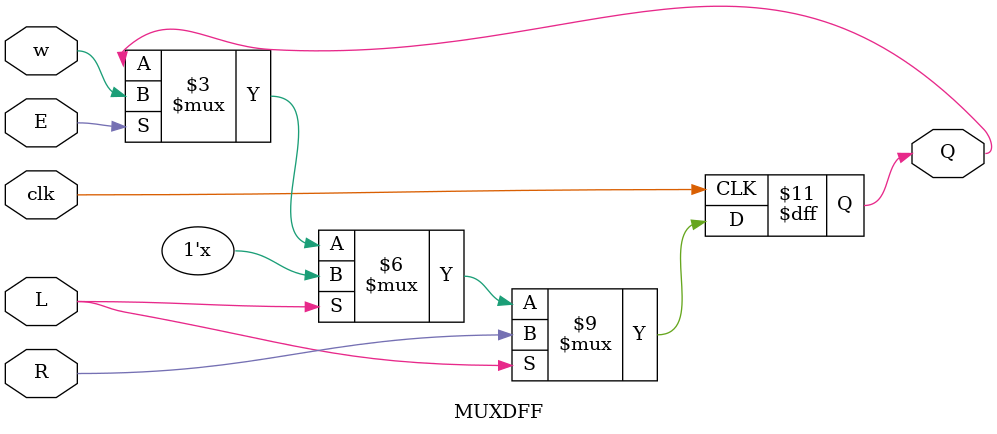
<source format=v>
module top_module (
    input [3:0] SW,
    input [3:0] KEY,
    output [3:0] LEDR
); //
    MUXDFF ins4(KEY[0], KEY[3], SW[3], KEY[1], KEY[2], LEDR[3]);
    MUXDFF ins3(KEY[0], LEDR[3], SW[2], KEY[1], KEY[2], LEDR[2]);
    MUXDFF ins2(KEY[0], LEDR[2], SW[1], KEY[1], KEY[2], LEDR[1]);
    MUXDFF ins1(KEY[0], LEDR[1], SW[0], KEY[1], KEY[2], LEDR[0]); 
endmodule

module MUXDFF (input clk,
    input w, R, E, L,
    output Q
);
    always@(posedge clk) begin
        if(L)
            Q = R;
        else begin
            if(E)
                Q = w;
        end
    end
endmodule

</source>
